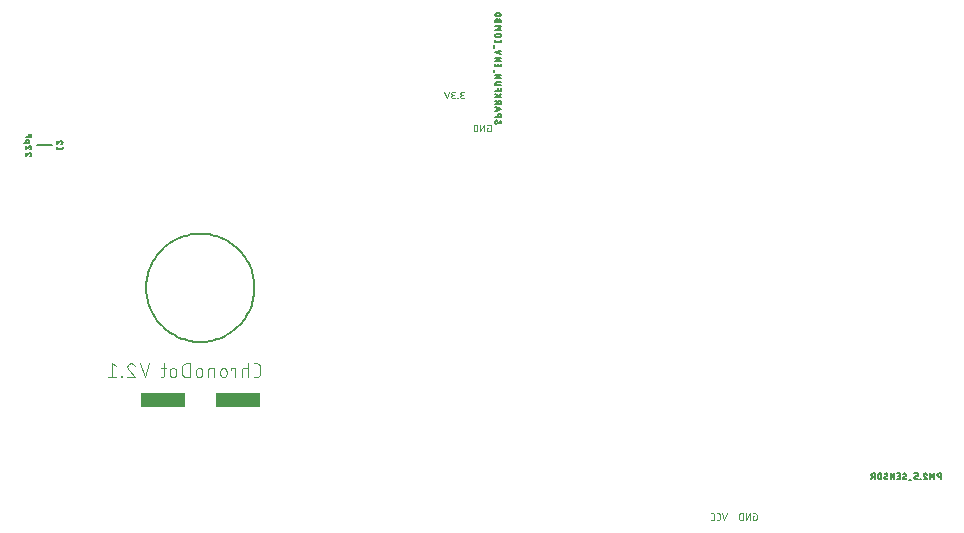
<source format=gbo>
G04 EAGLE Gerber X2 export*
%TF.Part,Single*%
%TF.FileFunction,Other,Bottom Silkscreen*%
%TF.FilePolarity,Positive*%
%TF.GenerationSoftware,Autodesk,EAGLE,9.1.1*%
%TF.CreationDate,2018-08-06T02:20:56Z*%
G75*
%MOIN*%
%FSLAX34Y34*%
%LPD*%
%AMOC8*
5,1,8,0,0,1.08239X$1,22.5*%
G01*
%ADD10C,0.002000*%
%ADD11C,0.008000*%
%ADD12C,0.005000*%
%ADD13C,0.004000*%
%ADD14R,0.150000X0.050000*%


D10*
X15604Y15832D02*
X15568Y15832D01*
X15568Y15710D01*
X15641Y15710D01*
X15654Y15712D01*
X15666Y15717D01*
X15676Y15724D01*
X15683Y15735D01*
X15688Y15746D01*
X15690Y15759D01*
X15690Y15881D01*
X15688Y15894D01*
X15683Y15906D01*
X15676Y15916D01*
X15666Y15923D01*
X15654Y15928D01*
X15641Y15930D01*
X15568Y15930D01*
X15460Y15930D02*
X15460Y15710D01*
X15337Y15710D02*
X15460Y15930D01*
X15337Y15930D02*
X15337Y15710D01*
X15229Y15710D02*
X15229Y15930D01*
X15168Y15930D01*
X15154Y15928D01*
X15142Y15924D01*
X15130Y15917D01*
X15120Y15907D01*
X15113Y15895D01*
X15109Y15883D01*
X15107Y15869D01*
X15107Y15771D01*
X15109Y15757D01*
X15113Y15745D01*
X15120Y15733D01*
X15130Y15723D01*
X15142Y15716D01*
X15154Y15712D01*
X15168Y15710D01*
X15229Y15710D01*
X14790Y16810D02*
X14729Y16810D01*
X14714Y16812D01*
X14701Y16817D01*
X14689Y16825D01*
X14679Y16836D01*
X14672Y16849D01*
X14668Y16864D01*
X14668Y16878D01*
X14672Y16893D01*
X14679Y16906D01*
X14689Y16917D01*
X14701Y16925D01*
X14714Y16930D01*
X14729Y16932D01*
X14717Y17030D02*
X14790Y17030D01*
X14717Y17030D02*
X14704Y17028D01*
X14693Y17023D01*
X14682Y17016D01*
X14675Y17006D01*
X14670Y16994D01*
X14668Y16981D01*
X14670Y16968D01*
X14675Y16957D01*
X14682Y16946D01*
X14693Y16939D01*
X14704Y16934D01*
X14717Y16932D01*
X14766Y16932D01*
X14584Y16822D02*
X14584Y16810D01*
X14584Y16822D02*
X14572Y16822D01*
X14572Y16810D01*
X14584Y16810D01*
X14488Y16810D02*
X14426Y16810D01*
X14411Y16812D01*
X14398Y16817D01*
X14386Y16825D01*
X14376Y16836D01*
X14369Y16849D01*
X14365Y16864D01*
X14365Y16878D01*
X14369Y16893D01*
X14376Y16906D01*
X14386Y16917D01*
X14398Y16925D01*
X14411Y16930D01*
X14426Y16932D01*
X14414Y17030D02*
X14488Y17030D01*
X14414Y17030D02*
X14401Y17028D01*
X14390Y17023D01*
X14379Y17016D01*
X14372Y17006D01*
X14367Y16994D01*
X14365Y16981D01*
X14367Y16968D01*
X14372Y16957D01*
X14379Y16946D01*
X14390Y16939D01*
X14401Y16934D01*
X14414Y16932D01*
X14463Y16932D01*
X14284Y17030D02*
X14210Y16810D01*
X14137Y17030D01*
X24418Y2882D02*
X24454Y2882D01*
X24418Y2882D02*
X24418Y2760D01*
X24491Y2760D01*
X24504Y2762D01*
X24516Y2767D01*
X24526Y2774D01*
X24533Y2785D01*
X24538Y2796D01*
X24540Y2809D01*
X24540Y2931D01*
X24538Y2944D01*
X24533Y2956D01*
X24526Y2966D01*
X24516Y2973D01*
X24504Y2978D01*
X24491Y2980D01*
X24418Y2980D01*
X24310Y2980D02*
X24310Y2760D01*
X24187Y2760D02*
X24310Y2980D01*
X24187Y2980D02*
X24187Y2760D01*
X24079Y2760D02*
X24079Y2980D01*
X24018Y2980D01*
X24004Y2978D01*
X23992Y2974D01*
X23980Y2967D01*
X23970Y2957D01*
X23963Y2945D01*
X23959Y2933D01*
X23957Y2919D01*
X23957Y2821D01*
X23959Y2807D01*
X23963Y2795D01*
X23970Y2783D01*
X23980Y2773D01*
X23992Y2766D01*
X24004Y2762D01*
X24018Y2760D01*
X24079Y2760D01*
X23540Y2980D02*
X23467Y2760D01*
X23393Y2980D01*
X23264Y2760D02*
X23215Y2760D01*
X23264Y2760D02*
X23277Y2762D01*
X23289Y2767D01*
X23299Y2774D01*
X23306Y2785D01*
X23311Y2796D01*
X23313Y2809D01*
X23312Y2809D02*
X23312Y2931D01*
X23313Y2931D02*
X23311Y2944D01*
X23306Y2956D01*
X23299Y2966D01*
X23289Y2973D01*
X23277Y2978D01*
X23264Y2980D01*
X23215Y2980D01*
X23084Y2760D02*
X23035Y2760D01*
X23084Y2760D02*
X23097Y2762D01*
X23109Y2767D01*
X23119Y2774D01*
X23126Y2785D01*
X23131Y2796D01*
X23133Y2809D01*
X23132Y2809D02*
X23132Y2931D01*
X23133Y2931D02*
X23131Y2944D01*
X23126Y2956D01*
X23119Y2966D01*
X23109Y2973D01*
X23097Y2978D01*
X23084Y2980D01*
X23035Y2980D01*
D11*
X1041Y15256D02*
X541Y15256D01*
D12*
X1216Y15197D02*
X1216Y15154D01*
X1217Y15154D02*
X1218Y15143D01*
X1223Y15133D01*
X1229Y15124D01*
X1238Y15118D01*
X1248Y15113D01*
X1259Y15112D01*
X1364Y15112D01*
X1375Y15113D01*
X1385Y15118D01*
X1394Y15124D01*
X1400Y15133D01*
X1405Y15143D01*
X1406Y15154D01*
X1406Y15197D01*
X1407Y15351D02*
X1405Y15363D01*
X1401Y15375D01*
X1393Y15385D01*
X1383Y15393D01*
X1371Y15397D01*
X1359Y15399D01*
X1406Y15351D02*
X1405Y15338D01*
X1401Y15326D01*
X1394Y15315D01*
X1386Y15306D01*
X1375Y15298D01*
X1364Y15293D01*
X1322Y15383D02*
X1333Y15392D01*
X1345Y15397D01*
X1359Y15399D01*
X1322Y15383D02*
X1216Y15293D01*
X1216Y15399D01*
X367Y14954D02*
X365Y14966D01*
X361Y14978D01*
X353Y14988D01*
X343Y14996D01*
X331Y15000D01*
X319Y15002D01*
X366Y14954D02*
X365Y14941D01*
X361Y14929D01*
X354Y14918D01*
X346Y14909D01*
X335Y14901D01*
X324Y14896D01*
X282Y14986D02*
X293Y14995D01*
X305Y15000D01*
X319Y15002D01*
X282Y14986D02*
X176Y14896D01*
X176Y15002D01*
X367Y15170D02*
X365Y15182D01*
X361Y15194D01*
X353Y15204D01*
X343Y15212D01*
X331Y15216D01*
X319Y15218D01*
X366Y15170D02*
X365Y15157D01*
X361Y15145D01*
X354Y15134D01*
X346Y15125D01*
X335Y15117D01*
X324Y15112D01*
X282Y15202D02*
X293Y15211D01*
X305Y15216D01*
X319Y15218D01*
X282Y15202D02*
X176Y15112D01*
X176Y15218D01*
X113Y15334D02*
X303Y15334D01*
X303Y15386D01*
X301Y15396D01*
X297Y15405D01*
X290Y15412D01*
X281Y15416D01*
X271Y15418D01*
X208Y15418D01*
X198Y15416D01*
X189Y15412D01*
X182Y15405D01*
X178Y15396D01*
X176Y15386D01*
X176Y15334D01*
X176Y15531D02*
X366Y15531D01*
X366Y15615D01*
X282Y15615D02*
X282Y15531D01*
X30675Y4315D02*
X30675Y4125D01*
X30675Y4315D02*
X30622Y4315D01*
X30608Y4313D01*
X30596Y4308D01*
X30585Y4299D01*
X30576Y4289D01*
X30571Y4276D01*
X30569Y4262D01*
X30571Y4248D01*
X30576Y4236D01*
X30585Y4225D01*
X30596Y4216D01*
X30608Y4211D01*
X30622Y4209D01*
X30675Y4209D01*
X30461Y4125D02*
X30461Y4315D01*
X30398Y4209D01*
X30334Y4315D01*
X30334Y4125D01*
X30155Y4315D02*
X30143Y4313D01*
X30131Y4309D01*
X30121Y4301D01*
X30113Y4291D01*
X30109Y4279D01*
X30107Y4267D01*
X30155Y4315D02*
X30168Y4314D01*
X30180Y4310D01*
X30191Y4303D01*
X30200Y4295D01*
X30208Y4284D01*
X30213Y4273D01*
X30123Y4230D02*
X30114Y4241D01*
X30109Y4253D01*
X30107Y4267D01*
X30123Y4231D02*
X30213Y4125D01*
X30107Y4125D01*
X30014Y4125D02*
X30014Y4136D01*
X30004Y4136D01*
X30004Y4125D01*
X30014Y4125D01*
X29910Y4125D02*
X29847Y4125D01*
X29836Y4126D01*
X29826Y4131D01*
X29817Y4137D01*
X29811Y4146D01*
X29806Y4156D01*
X29805Y4167D01*
X29805Y4188D01*
X29806Y4199D01*
X29811Y4209D01*
X29817Y4218D01*
X29826Y4224D01*
X29836Y4229D01*
X29847Y4230D01*
X29847Y4231D02*
X29910Y4231D01*
X29910Y4315D01*
X29805Y4315D01*
X29705Y4104D02*
X29621Y4104D01*
X29465Y4125D02*
X29454Y4126D01*
X29444Y4131D01*
X29435Y4137D01*
X29429Y4146D01*
X29424Y4156D01*
X29423Y4167D01*
X29465Y4125D02*
X29482Y4127D01*
X29499Y4132D01*
X29515Y4140D01*
X29528Y4151D01*
X29523Y4273D02*
X29522Y4284D01*
X29517Y4294D01*
X29511Y4303D01*
X29502Y4309D01*
X29492Y4314D01*
X29481Y4315D01*
X29464Y4313D01*
X29448Y4308D01*
X29434Y4299D01*
X29503Y4236D02*
X29512Y4243D01*
X29518Y4252D01*
X29523Y4262D01*
X29524Y4273D01*
X29444Y4204D02*
X29435Y4197D01*
X29429Y4188D01*
X29424Y4178D01*
X29423Y4167D01*
X29444Y4204D02*
X29502Y4236D01*
X29312Y4125D02*
X29228Y4125D01*
X29312Y4125D02*
X29312Y4315D01*
X29228Y4315D01*
X29249Y4231D02*
X29312Y4231D01*
X29126Y4315D02*
X29126Y4125D01*
X29020Y4125D02*
X29126Y4315D01*
X29020Y4315D02*
X29020Y4125D01*
X28846Y4125D02*
X28835Y4126D01*
X28825Y4131D01*
X28816Y4137D01*
X28810Y4146D01*
X28805Y4156D01*
X28804Y4167D01*
X28846Y4125D02*
X28863Y4127D01*
X28880Y4132D01*
X28896Y4140D01*
X28909Y4151D01*
X28904Y4273D02*
X28903Y4284D01*
X28898Y4294D01*
X28892Y4303D01*
X28883Y4309D01*
X28873Y4314D01*
X28862Y4315D01*
X28845Y4313D01*
X28829Y4308D01*
X28815Y4299D01*
X28883Y4236D02*
X28892Y4243D01*
X28898Y4252D01*
X28903Y4262D01*
X28904Y4273D01*
X28825Y4204D02*
X28816Y4197D01*
X28810Y4188D01*
X28805Y4178D01*
X28804Y4167D01*
X28825Y4204D02*
X28883Y4236D01*
X28701Y4262D02*
X28701Y4178D01*
X28701Y4262D02*
X28699Y4276D01*
X28694Y4289D01*
X28685Y4299D01*
X28675Y4308D01*
X28662Y4313D01*
X28648Y4315D01*
X28634Y4313D01*
X28622Y4308D01*
X28611Y4299D01*
X28602Y4289D01*
X28597Y4276D01*
X28595Y4262D01*
X28595Y4178D01*
X28597Y4164D01*
X28602Y4152D01*
X28611Y4141D01*
X28622Y4132D01*
X28634Y4127D01*
X28648Y4125D01*
X28662Y4127D01*
X28675Y4132D01*
X28685Y4141D01*
X28694Y4152D01*
X28699Y4164D01*
X28701Y4178D01*
X28475Y4125D02*
X28475Y4315D01*
X28422Y4315D01*
X28408Y4313D01*
X28396Y4308D01*
X28385Y4299D01*
X28376Y4289D01*
X28371Y4276D01*
X28369Y4262D01*
X28371Y4248D01*
X28376Y4236D01*
X28385Y4225D01*
X28396Y4216D01*
X28408Y4211D01*
X28422Y4209D01*
X28475Y4209D01*
X28412Y4209D02*
X28370Y4125D01*
X15867Y16080D02*
X15856Y16079D01*
X15846Y16074D01*
X15837Y16068D01*
X15831Y16059D01*
X15826Y16049D01*
X15825Y16038D01*
X15827Y16021D01*
X15832Y16004D01*
X15840Y15988D01*
X15851Y15975D01*
X15973Y15980D02*
X15984Y15981D01*
X15994Y15986D01*
X16003Y15992D01*
X16009Y16001D01*
X16014Y16011D01*
X16015Y16022D01*
X16013Y16039D01*
X16008Y16055D01*
X15999Y16069D01*
X15936Y16001D02*
X15943Y15992D01*
X15952Y15986D01*
X15962Y15981D01*
X15973Y15980D01*
X15904Y16060D02*
X15897Y16069D01*
X15888Y16075D01*
X15878Y16080D01*
X15867Y16081D01*
X15904Y16059D02*
X15936Y16001D01*
X16015Y16197D02*
X15825Y16197D01*
X16015Y16197D02*
X16015Y16250D01*
X16013Y16264D01*
X16008Y16277D01*
X15999Y16287D01*
X15989Y16296D01*
X15976Y16301D01*
X15962Y16303D01*
X15948Y16301D01*
X15936Y16296D01*
X15925Y16287D01*
X15916Y16277D01*
X15911Y16264D01*
X15909Y16250D01*
X15909Y16197D01*
X15825Y16389D02*
X16015Y16453D01*
X15825Y16516D01*
X15873Y16500D02*
X15873Y16405D01*
X15825Y16626D02*
X16015Y16626D01*
X16015Y16678D01*
X16013Y16692D01*
X16008Y16705D01*
X15999Y16715D01*
X15989Y16724D01*
X15976Y16729D01*
X15962Y16731D01*
X15948Y16729D01*
X15936Y16724D01*
X15925Y16715D01*
X15916Y16705D01*
X15911Y16692D01*
X15909Y16678D01*
X15909Y16626D01*
X15909Y16689D02*
X15825Y16731D01*
X15825Y16852D02*
X16015Y16852D01*
X16015Y16958D02*
X15899Y16852D01*
X15941Y16894D02*
X15825Y16958D01*
X15825Y17063D02*
X16015Y17063D01*
X16015Y17147D01*
X15931Y17147D02*
X15931Y17063D01*
X15878Y17249D02*
X16015Y17249D01*
X15878Y17249D02*
X15864Y17251D01*
X15852Y17256D01*
X15841Y17265D01*
X15832Y17276D01*
X15827Y17288D01*
X15825Y17302D01*
X15827Y17316D01*
X15832Y17329D01*
X15841Y17339D01*
X15852Y17348D01*
X15864Y17353D01*
X15878Y17355D01*
X16015Y17355D01*
X16015Y17480D02*
X15825Y17480D01*
X15825Y17585D02*
X16015Y17480D01*
X16015Y17585D02*
X15825Y17585D01*
X15804Y17692D02*
X15804Y17776D01*
X15825Y17884D02*
X15825Y17968D01*
X15825Y17884D02*
X16015Y17884D01*
X16015Y17968D01*
X15931Y17947D02*
X15931Y17884D01*
X16015Y18070D02*
X15825Y18070D01*
X15825Y18176D02*
X16015Y18070D01*
X16015Y18176D02*
X15825Y18176D01*
X15825Y18346D02*
X16015Y18283D01*
X16015Y18409D02*
X15825Y18346D01*
X15804Y18498D02*
X15804Y18583D01*
X15825Y18723D02*
X15825Y18765D01*
X15825Y18723D02*
X15826Y18712D01*
X15831Y18702D01*
X15837Y18693D01*
X15846Y18687D01*
X15856Y18682D01*
X15867Y18681D01*
X15973Y18681D01*
X15984Y18682D01*
X15994Y18687D01*
X16003Y18693D01*
X16009Y18702D01*
X16014Y18712D01*
X16015Y18723D01*
X16015Y18765D01*
X15962Y18862D02*
X15878Y18862D01*
X15962Y18862D02*
X15976Y18864D01*
X15989Y18869D01*
X15999Y18878D01*
X16008Y18889D01*
X16013Y18901D01*
X16015Y18915D01*
X16013Y18929D01*
X16008Y18942D01*
X15999Y18952D01*
X15989Y18961D01*
X15976Y18966D01*
X15962Y18968D01*
X15878Y18968D01*
X15864Y18966D01*
X15852Y18961D01*
X15841Y18952D01*
X15832Y18942D01*
X15827Y18929D01*
X15825Y18915D01*
X15827Y18901D01*
X15832Y18889D01*
X15841Y18878D01*
X15852Y18869D01*
X15864Y18864D01*
X15878Y18862D01*
X15825Y19089D02*
X16015Y19089D01*
X15909Y19153D01*
X16015Y19216D01*
X15825Y19216D01*
X15931Y19350D02*
X15931Y19403D01*
X15929Y19417D01*
X15924Y19430D01*
X15915Y19440D01*
X15905Y19449D01*
X15892Y19454D01*
X15878Y19456D01*
X15864Y19454D01*
X15852Y19449D01*
X15841Y19440D01*
X15832Y19430D01*
X15827Y19417D01*
X15825Y19403D01*
X15825Y19350D01*
X16015Y19350D01*
X16015Y19403D01*
X16013Y19415D01*
X16008Y19426D01*
X16001Y19435D01*
X15990Y19441D01*
X15979Y19445D01*
X15967Y19445D01*
X15956Y19441D01*
X15945Y19435D01*
X15938Y19426D01*
X15933Y19415D01*
X15931Y19403D01*
X15962Y19553D02*
X15878Y19553D01*
X15962Y19553D02*
X15976Y19555D01*
X15989Y19560D01*
X15999Y19569D01*
X16008Y19580D01*
X16013Y19592D01*
X16015Y19606D01*
X16013Y19620D01*
X16008Y19633D01*
X15999Y19643D01*
X15989Y19652D01*
X15976Y19657D01*
X15962Y19659D01*
X15878Y19659D01*
X15864Y19657D01*
X15852Y19652D01*
X15841Y19643D01*
X15832Y19633D01*
X15827Y19620D01*
X15825Y19606D01*
X15827Y19592D01*
X15832Y19580D01*
X15841Y19569D01*
X15852Y19560D01*
X15864Y19555D01*
X15878Y19553D01*
X4197Y10500D02*
X4199Y10585D01*
X4205Y10669D01*
X4215Y10753D01*
X4229Y10836D01*
X4246Y10919D01*
X4268Y11001D01*
X4293Y11081D01*
X4322Y11161D01*
X4355Y11238D01*
X4392Y11315D01*
X4432Y11389D01*
X4475Y11462D01*
X4522Y11532D01*
X4572Y11600D01*
X4625Y11666D01*
X4681Y11729D01*
X4740Y11790D01*
X4802Y11847D01*
X4866Y11902D01*
X4933Y11954D01*
X5003Y12002D01*
X5074Y12047D01*
X5148Y12089D01*
X5223Y12127D01*
X5300Y12162D01*
X5379Y12193D01*
X5459Y12220D01*
X5540Y12243D01*
X5622Y12263D01*
X5705Y12279D01*
X5789Y12291D01*
X5873Y12299D01*
X5958Y12303D01*
X6042Y12303D01*
X6127Y12299D01*
X6211Y12291D01*
X6295Y12279D01*
X6378Y12263D01*
X6460Y12243D01*
X6541Y12220D01*
X6621Y12193D01*
X6700Y12162D01*
X6777Y12127D01*
X6852Y12089D01*
X6926Y12047D01*
X6997Y12002D01*
X7067Y11954D01*
X7134Y11902D01*
X7198Y11847D01*
X7260Y11790D01*
X7319Y11729D01*
X7375Y11666D01*
X7428Y11600D01*
X7478Y11532D01*
X7525Y11462D01*
X7568Y11389D01*
X7608Y11315D01*
X7645Y11238D01*
X7678Y11161D01*
X7707Y11081D01*
X7732Y11001D01*
X7754Y10919D01*
X7771Y10836D01*
X7785Y10753D01*
X7795Y10669D01*
X7801Y10585D01*
X7803Y10500D01*
X7801Y10415D01*
X7795Y10331D01*
X7785Y10247D01*
X7771Y10164D01*
X7754Y10081D01*
X7732Y9999D01*
X7707Y9919D01*
X7678Y9839D01*
X7645Y9762D01*
X7608Y9685D01*
X7568Y9611D01*
X7525Y9538D01*
X7478Y9468D01*
X7428Y9400D01*
X7375Y9334D01*
X7319Y9271D01*
X7260Y9210D01*
X7198Y9153D01*
X7134Y9098D01*
X7067Y9046D01*
X6997Y8998D01*
X6926Y8953D01*
X6852Y8911D01*
X6777Y8873D01*
X6700Y8838D01*
X6621Y8807D01*
X6541Y8780D01*
X6460Y8757D01*
X6378Y8737D01*
X6295Y8721D01*
X6211Y8709D01*
X6127Y8701D01*
X6042Y8697D01*
X5958Y8697D01*
X5873Y8701D01*
X5789Y8709D01*
X5705Y8721D01*
X5622Y8737D01*
X5540Y8757D01*
X5459Y8780D01*
X5379Y8807D01*
X5300Y8838D01*
X5223Y8873D01*
X5148Y8911D01*
X5074Y8953D01*
X5003Y8998D01*
X4933Y9046D01*
X4866Y9098D01*
X4802Y9153D01*
X4740Y9210D01*
X4681Y9271D01*
X4625Y9334D01*
X4572Y9400D01*
X4522Y9468D01*
X4475Y9538D01*
X4432Y9611D01*
X4392Y9685D01*
X4355Y9762D01*
X4322Y9839D01*
X4293Y9919D01*
X4268Y9999D01*
X4246Y10081D01*
X4229Y10164D01*
X4215Y10247D01*
X4205Y10331D01*
X4199Y10415D01*
X4197Y10500D01*
D13*
X7776Y7520D02*
X7878Y7520D01*
X7896Y7522D01*
X7913Y7526D01*
X7929Y7534D01*
X7944Y7544D01*
X7956Y7556D01*
X7966Y7571D01*
X7974Y7587D01*
X7978Y7604D01*
X7980Y7622D01*
X7980Y7878D01*
X7978Y7896D01*
X7974Y7913D01*
X7966Y7929D01*
X7956Y7944D01*
X7944Y7956D01*
X7929Y7966D01*
X7913Y7974D01*
X7896Y7978D01*
X7878Y7980D01*
X7776Y7980D01*
X7593Y7980D02*
X7593Y7520D01*
X7593Y7827D02*
X7465Y7827D01*
X7448Y7825D01*
X7432Y7819D01*
X7417Y7810D01*
X7405Y7798D01*
X7396Y7783D01*
X7390Y7767D01*
X7388Y7750D01*
X7389Y7750D02*
X7389Y7520D01*
X7171Y7520D02*
X7171Y7827D01*
X7017Y7827D01*
X7017Y7776D01*
X6873Y7724D02*
X6873Y7622D01*
X6873Y7724D02*
X6871Y7743D01*
X6866Y7761D01*
X6858Y7778D01*
X6846Y7793D01*
X6832Y7805D01*
X6816Y7815D01*
X6799Y7822D01*
X6780Y7826D01*
X6762Y7826D01*
X6743Y7822D01*
X6726Y7815D01*
X6710Y7805D01*
X6696Y7793D01*
X6684Y7778D01*
X6676Y7761D01*
X6671Y7743D01*
X6669Y7724D01*
X6669Y7622D01*
X6671Y7603D01*
X6676Y7585D01*
X6684Y7568D01*
X6696Y7553D01*
X6710Y7541D01*
X6726Y7531D01*
X6743Y7524D01*
X6762Y7520D01*
X6780Y7520D01*
X6799Y7524D01*
X6816Y7531D01*
X6832Y7541D01*
X6846Y7553D01*
X6858Y7568D01*
X6866Y7585D01*
X6871Y7603D01*
X6873Y7622D01*
X6468Y7520D02*
X6468Y7827D01*
X6340Y7827D01*
X6323Y7825D01*
X6307Y7819D01*
X6292Y7810D01*
X6280Y7798D01*
X6271Y7783D01*
X6265Y7767D01*
X6263Y7750D01*
X6264Y7750D02*
X6264Y7520D01*
X6063Y7622D02*
X6063Y7724D01*
X6061Y7743D01*
X6056Y7761D01*
X6048Y7778D01*
X6036Y7793D01*
X6022Y7805D01*
X6006Y7815D01*
X5989Y7822D01*
X5970Y7826D01*
X5952Y7826D01*
X5933Y7822D01*
X5916Y7815D01*
X5900Y7805D01*
X5886Y7793D01*
X5874Y7778D01*
X5866Y7761D01*
X5861Y7743D01*
X5859Y7724D01*
X5859Y7622D01*
X5861Y7603D01*
X5866Y7585D01*
X5874Y7568D01*
X5886Y7553D01*
X5900Y7541D01*
X5916Y7531D01*
X5933Y7524D01*
X5952Y7520D01*
X5970Y7520D01*
X5989Y7524D01*
X6006Y7531D01*
X6022Y7541D01*
X6036Y7553D01*
X6048Y7568D01*
X6056Y7585D01*
X6061Y7603D01*
X6063Y7622D01*
X5654Y7520D02*
X5654Y7980D01*
X5526Y7980D01*
X5506Y7978D01*
X5486Y7974D01*
X5468Y7966D01*
X5451Y7956D01*
X5435Y7943D01*
X5422Y7927D01*
X5412Y7910D01*
X5404Y7892D01*
X5400Y7872D01*
X5398Y7852D01*
X5398Y7648D01*
X5400Y7628D01*
X5404Y7608D01*
X5412Y7590D01*
X5422Y7573D01*
X5435Y7557D01*
X5451Y7544D01*
X5468Y7534D01*
X5486Y7526D01*
X5506Y7522D01*
X5526Y7520D01*
X5654Y7520D01*
X5193Y7622D02*
X5193Y7724D01*
X5191Y7743D01*
X5186Y7761D01*
X5178Y7778D01*
X5166Y7793D01*
X5152Y7805D01*
X5136Y7815D01*
X5119Y7822D01*
X5100Y7826D01*
X5082Y7826D01*
X5063Y7822D01*
X5046Y7815D01*
X5030Y7805D01*
X5016Y7793D01*
X5004Y7778D01*
X4996Y7761D01*
X4991Y7743D01*
X4989Y7724D01*
X4989Y7622D01*
X4991Y7603D01*
X4996Y7585D01*
X5004Y7568D01*
X5016Y7553D01*
X5030Y7541D01*
X5046Y7531D01*
X5063Y7524D01*
X5082Y7520D01*
X5100Y7520D01*
X5119Y7524D01*
X5136Y7531D01*
X5152Y7541D01*
X5166Y7553D01*
X5178Y7568D01*
X5186Y7585D01*
X5191Y7603D01*
X5193Y7622D01*
X4841Y7827D02*
X4688Y7827D01*
X4790Y7980D02*
X4790Y7597D01*
X4789Y7582D01*
X4784Y7568D01*
X4777Y7554D01*
X4767Y7543D01*
X4756Y7533D01*
X4742Y7526D01*
X4728Y7521D01*
X4713Y7520D01*
X4688Y7520D01*
X4146Y7520D02*
X4299Y7980D01*
X3993Y7980D02*
X4146Y7520D01*
X3683Y7980D02*
X3663Y7978D01*
X3644Y7973D01*
X3626Y7965D01*
X3609Y7953D01*
X3595Y7939D01*
X3583Y7923D01*
X3575Y7904D01*
X3570Y7885D01*
X3568Y7865D01*
X3683Y7980D02*
X3706Y7978D01*
X3729Y7973D01*
X3750Y7964D01*
X3770Y7952D01*
X3788Y7937D01*
X3803Y7919D01*
X3815Y7899D01*
X3824Y7878D01*
X3606Y7775D02*
X3593Y7790D01*
X3582Y7807D01*
X3574Y7826D01*
X3570Y7845D01*
X3568Y7865D01*
X3606Y7776D02*
X3824Y7520D01*
X3568Y7520D01*
X3394Y7520D02*
X3394Y7546D01*
X3368Y7546D01*
X3368Y7520D01*
X3394Y7520D01*
X3194Y7878D02*
X3066Y7980D01*
X3066Y7520D01*
X3194Y7520D02*
X2938Y7520D01*
D14*
X7250Y6750D03*
X4750Y6750D03*
M02*

</source>
